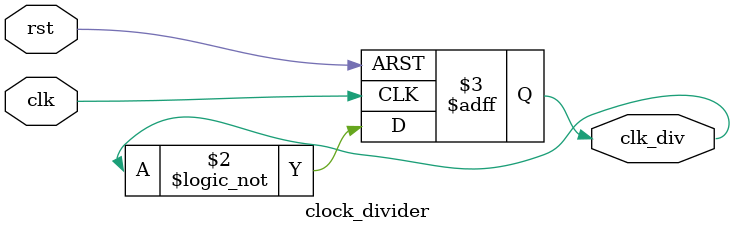
<source format=v>
module clock_divider (
    input clk, rst,
    output reg clk_div
    );

always @ (posedge(clk), posedge(rst))
begin
    if (rst) clk_div <= 0;
    else clk_div <= !clk_div;
end
endmodule

</source>
